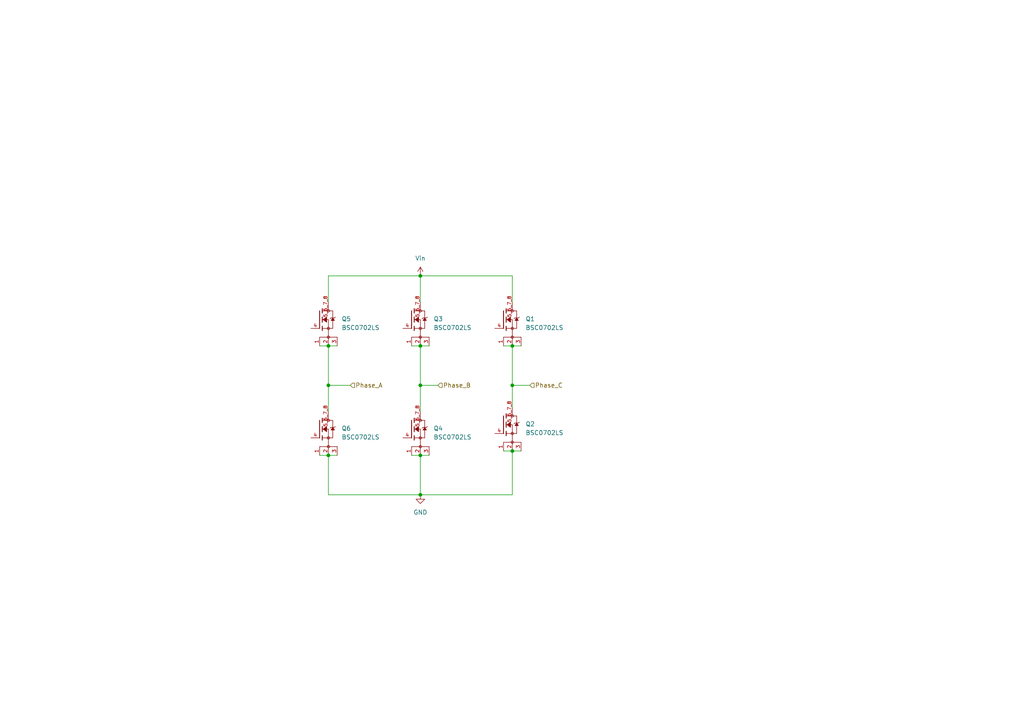
<source format=kicad_sch>
(kicad_sch (version 20250114) (generator "eeschema") (generator_version "9.0")
  (paper "A4")
  (title_block (title "${Project_Name}") (date "2026-01-07") (rev "V1"))
  (lib_symbols
    (symbol "BSC0702LS:BSC0702LS" (pin_names (offset 1.016))
      (property "Reference" "Q" (at 5.08 1.27 0))
      (property "Value" "BSC0702LS" (at 5.08 -1.27 0))
      (symbol "BSC0702LS_0_0"
        (polyline (pts (xy 0 2.54) (xy 0 -2.54)) (stroke (width 0.254)))
        (polyline (pts (xy 0 -5.08) (xy 5.08 -5.08)) (stroke (width 0.1524)))
        (polyline (pts (xy 0.762 3.175) (xy 0.762 2.54)) (stroke (width 0.254)))
        (polyline (pts (xy 0.762 2.54) (xy 0.762 1.905)) (stroke (width 0.254)))
        (polyline (pts (xy 0.762 2.54) (xy 3.81 2.54)) (stroke (width 0.1524)))
        (polyline (pts (xy 0.762 0.762) (xy 0.762 0)) (stroke (width 0.254)))
        (polyline (pts (xy 0.762 0) (xy 0.762 -0.762)) (stroke (width 0.254)))
        (polyline (pts (xy 0.762 0) (xy 2.54 0)) (stroke (width 0.1524)))
        (polyline (pts (xy 0.762 -1.905) (xy 0.762 -2.54)) (stroke (width 0.254)))
        (polyline (pts (xy 0.762 -2.54) (xy 0.762 -3.175)) (stroke (width 0.254)))
        (polyline (pts (xy 1.016 0) (xy 2.032 0.762) (xy 2.032 -0.762) (xy 1.016 0)) (stroke (width 0.1524)) (fill (type outline)))
        (circle (center 2.54 2.54) (radius 0.3592))
        (polyline (pts (xy 2.54 0) (xy 2.54 -2.54)) (stroke (width 0.1524)))
        (polyline (pts (xy 2.54 -2.54) (xy 0.762 -2.54)) (stroke (width 0.1524)))
        (polyline (pts (xy 2.54 -2.54) (xy 2.54 -5.08)) (stroke (width 0.1524)))
        (polyline (pts (xy 2.54 -2.54) (xy 3.81 -2.54)) (stroke (width 0.1524)))
        (circle (center 2.54 -2.54) (radius 0.3592))
        (circle (center 2.54 -5.08) (radius 0.3592))
        (polyline (pts (xy 3.302 0.508) (xy 3.048 0.254)) (stroke (width 0.1524)))
        (polyline (pts (xy 3.81 2.54) (xy 3.81 0.508)) (stroke (width 0.1524)))
        (polyline (pts (xy 3.81 0.508) (xy 3.302 0.508)) (stroke (width 0.1524)))
        (polyline (pts (xy 3.81 0.508) (xy 3.81 -2.54)) (stroke (width 0.1524)))
        (polyline (pts (xy 3.81 0.508) (xy 3.302 -0.254) (xy 4.318 -0.254) (xy 3.81 0.508)) (stroke (width 0.1524)) (fill (type outline)))
        (polyline (pts (xy 4.318 0.508) (xy 3.81 0.508)) (stroke (width 0.1524)))
        (polyline (pts (xy 4.572 0.762) (xy 4.318 0.508)) (stroke (width 0.1524)))
        (pin passive line (at -2.54 -2.54 0) (length 2.54) (name "~") (number "4"))
        (pin passive line (at 0 -7.62 90) (length 2.54) (name "~") (number "1"))
        (pin passive line (at 2.54 5.08 270) (length 2.54) (name "~") (number "5_6_7_8"))
        (pin passive line (at 2.54 -7.62 90) (length 2.54) (name "~") (number "2"))
        (pin passive line (at 5.08 -7.62 90) (length 2.54) (name "~") (number "3"))
      )
    )
    (symbol "power:+36V" (power) (pin_numbers (hide yes)) (pin_names (offset 0) (hide yes))
      (property "Value" "+36V" (at 0 3.556 0))
      (symbol "+36V_0_1"
        (polyline (pts (xy -0.762 1.27) (xy 0 2.54)))
        (polyline (pts (xy 0 2.54) (xy 0.762 1.27)))
        (polyline (pts (xy 0 0) (xy 0 2.54)))
      )
      (symbol "+36V_1_1"
        (pin power_in line (at 0 0 90) (length 0) (name "~") (number "1"))
      )
    )
    (symbol "power:GND" (power) (pin_numbers (hide yes)) (pin_names (offset 0) (hide yes))
      (property "Value" "GND" (at 0 -3.81 0))
      (symbol "GND_0_1"
        (polyline (pts (xy 0 0) (xy 0 -1.27) (xy 1.27 -1.27) (xy 0 -2.54) (xy -1.27 -1.27) (xy 0 -1.27)))
      )
      (symbol "GND_1_1"
        (pin power_in line (at 0 0 270) (length 0) (name "~") (number "1"))
      )
    )
  )
  (junction (at 95.25 111.76))
  (junction (at 121.92 132.08))
  (junction (at 121.92 111.76))
  (junction (at 148.59 100.33))
  (junction (at 148.59 130.81))
  (junction (at 121.92 80.01))
  (junction (at 148.59 111.76))
  (junction (at 95.25 100.33))
  (junction (at 121.92 100.33))
  (junction (at 121.92 143.51))
  (junction (at 95.25 132.08))
  (wire (pts (xy 119.38 132.08) (xy 121.92 132.08)))
  (wire (pts (xy 121.92 143.51) (xy 95.25 143.51)))
  (wire (pts (xy 148.59 100.33) (xy 148.59 111.76)))
  (wire (pts (xy 119.38 100.33) (xy 121.92 100.33)))
  (wire (pts (xy 92.71 132.08) (xy 95.25 132.08)))
  (wire (pts (xy 121.92 80.01) (xy 95.25 80.01)))
  (wire (pts (xy 95.25 111.76) (xy 95.25 119.38)))
  (wire (pts (xy 148.59 143.51) (xy 121.92 143.51)))
  (wire (pts (xy 92.71 100.33) (xy 95.25 100.33)))
  (wire (pts (xy 148.59 111.76) (xy 153.67 111.76)))
  (wire (pts (xy 146.05 130.81) (xy 148.59 130.81)))
  (wire (pts (xy 95.25 100.33) (xy 95.25 111.76)))
  (wire (pts (xy 121.92 100.33) (xy 121.92 111.76)))
  (wire (pts (xy 95.25 100.33) (xy 97.79 100.33)))
  (wire (pts (xy 121.92 80.01) (xy 121.92 87.63)))
  (wire (pts (xy 148.59 80.01) (xy 121.92 80.01)))
  (wire (pts (xy 121.92 100.33) (xy 124.46 100.33)))
  (wire (pts (xy 121.92 111.76) (xy 121.92 119.38)))
  (wire (pts (xy 146.05 100.33) (xy 148.59 100.33)))
  (wire (pts (xy 95.25 132.08) (xy 97.79 132.08)))
  (wire (pts (xy 121.92 132.08) (xy 121.92 143.51)))
  (wire (pts (xy 148.59 130.81) (xy 151.13 130.81)))
  (wire (pts (xy 148.59 87.63) (xy 148.59 80.01)))
  (wire (pts (xy 148.59 130.81) (xy 148.59 143.51)))
  (wire (pts (xy 121.92 111.76) (xy 127 111.76)))
  (wire (pts (xy 95.25 143.51) (xy 95.25 132.08)))
  (wire (pts (xy 148.59 100.33) (xy 151.13 100.33)))
  (wire (pts (xy 95.25 111.76) (xy 101.6 111.76)))
  (wire (pts (xy 121.92 132.08) (xy 124.46 132.08)))
  (wire (pts (xy 95.25 80.01) (xy 95.25 87.63)))
  (wire (pts (xy 148.59 111.76) (xy 148.59 118.11)))
  (hierarchical_label "Phase_B" (shape input) (at 127 111.76 0))
  (hierarchical_label "Phase_C" (shape input) (at 153.67 111.76 0))
  (hierarchical_label "Phase_A" (shape input) (at 101.6 111.76 0))
  (symbol (lib_id "BSC0702LS:BSC0702LS") (at 146.05 92.71 0) (unit 1)
    (property "Reference" "Q1" (at 152.4 92.5085 0) (effects (justify left)))
    (property "Value" "BSC0702LS" (at 152.4 95.0485 0) (effects (justify left)))
    (property "Footprint" "BLDC_Motor_Driver_Components_Footprint:TRANS_BSC0702LS" (effects (hide yes)))
    (property "Datasheet" "https://www.lcsc.com/datasheet/C501503.pdf" (effects (hide yes)))
    (property "Description" "N-Channel 60V 84A 83W Surface Mount TDSON-8(5x6)" (effects (hide yes)))
    (property "MF" "Infineon Technologies" (effects (hide yes)))
    (property "MAXIMUM_PACKAGE_HEIGHT" "1.2mm" (effects (hide yes)))
    (property "Package" "SON-8 Infineon Technologies" (effects (hide yes)))
    (property "Price" "None" (effects (hide yes)))
    (property "Check_prices" "https://www.snapeda.com/parts/BSC0702LS/Infineon/view-part/?ref=eda" (effects (hide yes)))
    (property "STANDARD" "Manufacturer Recommendations" (effects (hide yes)))
    (property "PARTREV" "2.5" (effects (hide yes)))
    (property "SnapEDA_Link" "https://www.snapeda.com/parts/BSC0702LS/Infineon/view-part/?ref=snap" (effects (hide yes)))
    (property "MP" "BSC0702LS" (effects (hide yes)))
    (property "Purchase-URL" "https://www.snapeda.com/api/url_track_click_mouser/?unipart_id=7175070&manufacturer=Infineon Technologies&part_name=BSC0702LS&search_term=bsc0702ls" (effects (hide yes)))
    (property "Description_1" "MOSFET N-CH 60V 100A SUPERSO8" (effects (hide yes)))
    (property "Availability" "In Stock" (effects (hide yes)))
    (property "MANUFACTURER" "Infineon" (effects (hide yes)))
    (property "LCSC_PN" "C501503" (effects (hide yes)))
    (property "Assembled" "Yes" (effects (hide yes)))
  )
  (symbol (lib_id "BSC0702LS:BSC0702LS") (at 92.71 92.71 0) (unit 1)
    (property "Reference" "Q5" (at 99.06 92.5085 0) (effects (justify left)))
    (property "Value" "BSC0702LS" (at 99.06 95.0485 0) (effects (justify left)))
    (property "Footprint" "BLDC_Motor_Driver_Components_Footprint:TRANS_BSC0702LS" (effects (hide yes)))
    (property "Datasheet" "https://www.lcsc.com/datasheet/C501503.pdf" (effects (hide yes)))
    (property "Description" "N-Channel 60V 84A 83W Surface Mount TDSON-8(5x6)" (effects (hide yes)))
    (property "MF" "Infineon Technologies" (effects (hide yes)))
    (property "MAXIMUM_PACKAGE_HEIGHT" "1.2mm" (effects (hide yes)))
    (property "Package" "SON-8 Infineon Technologies" (effects (hide yes)))
    (property "Price" "None" (effects (hide yes)))
    (property "Check_prices" "https://www.snapeda.com/parts/BSC0702LS/Infineon/view-part/?ref=eda" (effects (hide yes)))
    (property "STANDARD" "Manufacturer Recommendations" (effects (hide yes)))
    (property "PARTREV" "2.5" (effects (hide yes)))
    (property "SnapEDA_Link" "https://www.snapeda.com/parts/BSC0702LS/Infineon/view-part/?ref=snap" (effects (hide yes)))
    (property "MP" "BSC0702LS" (effects (hide yes)))
    (property "Purchase-URL" "https://www.snapeda.com/api/url_track_click_mouser/?unipart_id=7175070&manufacturer=Infineon Technologies&part_name=BSC0702LS&search_term=bsc0702ls" (effects (hide yes)))
    (property "Description_1" "MOSFET N-CH 60V 100A SUPERSO8" (effects (hide yes)))
    (property "Availability" "In Stock" (effects (hide yes)))
    (property "MANUFACTURER" "Infineon" (effects (hide yes)))
    (property "LCSC_PN" "C501503" (effects (hide yes)))
    (property "Assembled" "Yes" (effects (hide yes)))
  )
  (symbol (lib_id "BSC0702LS:BSC0702LS") (at 119.38 92.71 0) (unit 1)
    (property "Reference" "Q3" (at 125.73 92.5085 0) (effects (justify left)))
    (property "Value" "BSC0702LS" (at 125.73 95.0485 0) (effects (justify left)))
    (property "Footprint" "BLDC_Motor_Driver_Components_Footprint:TRANS_BSC0702LS" (effects (hide yes)))
    (property "Datasheet" "https://www.lcsc.com/datasheet/C501503.pdf" (effects (hide yes)))
    (property "Description" "N-Channel 60V 84A 83W Surface Mount TDSON-8(5x6)" (effects (hide yes)))
    (property "MF" "Infineon Technologies" (effects (hide yes)))
    (property "MAXIMUM_PACKAGE_HEIGHT" "1.2mm" (effects (hide yes)))
    (property "Package" "SON-8 Infineon Technologies" (effects (hide yes)))
    (property "Price" "None" (effects (hide yes)))
    (property "Check_prices" "https://www.snapeda.com/parts/BSC0702LS/Infineon/view-part/?ref=eda" (effects (hide yes)))
    (property "STANDARD" "Manufacturer Recommendations" (effects (hide yes)))
    (property "PARTREV" "2.5" (effects (hide yes)))
    (property "SnapEDA_Link" "https://www.snapeda.com/parts/BSC0702LS/Infineon/view-part/?ref=snap" (effects (hide yes)))
    (property "MP" "BSC0702LS" (effects (hide yes)))
    (property "Purchase-URL" "https://www.snapeda.com/api/url_track_click_mouser/?unipart_id=7175070&manufacturer=Infineon Technologies&part_name=BSC0702LS&search_term=bsc0702ls" (effects (hide yes)))
    (property "Description_1" "MOSFET N-CH 60V 100A SUPERSO8" (effects (hide yes)))
    (property "Availability" "In Stock" (effects (hide yes)))
    (property "MANUFACTURER" "Infineon" (effects (hide yes)))
    (property "LCSC_PN" "C501503" (effects (hide yes)))
    (property "Assembled" "Yes" (effects (hide yes)))
  )
  (symbol (lib_id "power:+36V") (at 121.92 80.01 0) (unit 1)
    (property "Reference" "#PWR033" (effects (hide yes)))
    (property "Value" "Vin" (at 121.92 74.93 0))
    (property "Description" "Power symbol creates a global label with name \"+36V\"" (effects (hide yes)))
  )
  (symbol (lib_id "power:GND") (at 121.92 143.51 0) (unit 1)
    (property "Reference" "#PWR034" (effects (hide yes)))
    (property "Value" "GND" (at 121.92 148.59 0))
    (property "Description" "Power symbol creates a global label with name \"GND\" , ground" (effects (hide yes)))
  )
  (symbol (lib_id "BSC0702LS:BSC0702LS") (at 119.38 124.46 0) (unit 1)
    (property "Reference" "Q4" (at 125.73 124.2585 0) (effects (justify left)))
    (property "Value" "BSC0702LS" (at 125.73 126.7985 0) (effects (justify left)))
    (property "Footprint" "BLDC_Motor_Driver_Components_Footprint:TRANS_BSC0702LS" (effects (hide yes)))
    (property "Datasheet" "https://www.lcsc.com/datasheet/C501503.pdf" (effects (hide yes)))
    (property "Description" "N-Channel 60V 84A 83W Surface Mount TDSON-8(5x6)" (effects (hide yes)))
    (property "MF" "Infineon Technologies" (effects (hide yes)))
    (property "MAXIMUM_PACKAGE_HEIGHT" "1.2mm" (effects (hide yes)))
    (property "Package" "SON-8 Infineon Technologies" (effects (hide yes)))
    (property "Price" "None" (effects (hide yes)))
    (property "Check_prices" "https://www.snapeda.com/parts/BSC0702LS/Infineon/view-part/?ref=eda" (effects (hide yes)))
    (property "STANDARD" "Manufacturer Recommendations" (effects (hide yes)))
    (property "PARTREV" "2.5" (effects (hide yes)))
    (property "SnapEDA_Link" "https://www.snapeda.com/parts/BSC0702LS/Infineon/view-part/?ref=snap" (effects (hide yes)))
    (property "MP" "BSC0702LS" (effects (hide yes)))
    (property "Purchase-URL" "https://www.snapeda.com/api/url_track_click_mouser/?unipart_id=7175070&manufacturer=Infineon Technologies&part_name=BSC0702LS&search_term=bsc0702ls" (effects (hide yes)))
    (property "Description_1" "MOSFET N-CH 60V 100A SUPERSO8" (effects (hide yes)))
    (property "Availability" "In Stock" (effects (hide yes)))
    (property "MANUFACTURER" "Infineon" (effects (hide yes)))
    (property "LCSC_PN" "C501503" (effects (hide yes)))
    (property "Assembled" "Yes" (effects (hide yes)))
  )
  (symbol (lib_id "BSC0702LS:BSC0702LS") (at 92.71 124.46 0) (unit 1)
    (property "Reference" "Q6" (at 99.06 124.2585 0) (effects (justify left)))
    (property "Value" "BSC0702LS" (at 99.06 126.7985 0) (effects (justify left)))
    (property "Footprint" "BLDC_Motor_Driver_Components_Footprint:TRANS_BSC0702LS" (effects (hide yes)))
    (property "Datasheet" "https://www.lcsc.com/datasheet/C501503.pdf" (effects (hide yes)))
    (property "Description" "N-Channel 60V 84A 83W Surface Mount TDSON-8(5x6)" (effects (hide yes)))
    (property "MF" "Infineon Technologies" (effects (hide yes)))
    (property "MAXIMUM_PACKAGE_HEIGHT" "1.2mm" (effects (hide yes)))
    (property "Package" "SON-8 Infineon Technologies" (effects (hide yes)))
    (property "Price" "None" (effects (hide yes)))
    (property "Check_prices" "https://www.snapeda.com/parts/BSC0702LS/Infineon/view-part/?ref=eda" (effects (hide yes)))
    (property "STANDARD" "Manufacturer Recommendations" (effects (hide yes)))
    (property "PARTREV" "2.5" (effects (hide yes)))
    (property "SnapEDA_Link" "https://www.snapeda.com/parts/BSC0702LS/Infineon/view-part/?ref=snap" (effects (hide yes)))
    (property "MP" "BSC0702LS" (effects (hide yes)))
    (property "Purchase-URL" "https://www.snapeda.com/api/url_track_click_mouser/?unipart_id=7175070&manufacturer=Infineon Technologies&part_name=BSC0702LS&search_term=bsc0702ls" (effects (hide yes)))
    (property "Description_1" "MOSFET N-CH 60V 100A SUPERSO8" (effects (hide yes)))
    (property "Availability" "In Stock" (effects (hide yes)))
    (property "MANUFACTURER" "Infineon" (effects (hide yes)))
    (property "LCSC_PN" "C501503" (effects (hide yes)))
    (property "Assembled" "Yes" (effects (hide yes)))
  )
  (symbol (lib_id "BSC0702LS:BSC0702LS") (at 146.05 123.19 0) (unit 1)
    (property "Reference" "Q2" (at 152.4 122.9885 0) (effects (justify left)))
    (property "Value" "BSC0702LS" (at 152.4 125.5285 0) (effects (justify left)))
    (property "Footprint" "BLDC_Motor_Driver_Components_Footprint:TRANS_BSC0702LS" (effects (hide yes)))
    (property "Datasheet" "https://www.lcsc.com/datasheet/C501503.pdf" (effects (hide yes)))
    (property "Description" "N-Channel 60V 84A 83W Surface Mount TDSON-8(5x6)" (effects (hide yes)))
    (property "MF" "Infineon Technologies" (effects (hide yes)))
    (property "MAXIMUM_PACKAGE_HEIGHT" "1.2mm" (effects (hide yes)))
    (property "Package" "SON-8 Infineon Technologies" (effects (hide yes)))
    (property "Price" "None" (effects (hide yes)))
    (property "Check_prices" "https://www.snapeda.com/parts/BSC0702LS/Infineon/view-part/?ref=eda" (effects (hide yes)))
    (property "STANDARD" "Manufacturer Recommendations" (effects (hide yes)))
    (property "PARTREV" "2.5" (effects (hide yes)))
    (property "SnapEDA_Link" "https://www.snapeda.com/parts/BSC0702LS/Infineon/view-part/?ref=snap" (effects (hide yes)))
    (property "MP" "BSC0702LS" (effects (hide yes)))
    (property "Purchase-URL" "https://www.snapeda.com/api/url_track_click_mouser/?unipart_id=7175070&manufacturer=Infineon Technologies&part_name=BSC0702LS&search_term=bsc0702ls" (effects (hide yes)))
    (property "Description_1" "MOSFET N-CH 60V 100A SUPERSO8" (effects (hide yes)))
    (property "Availability" "In Stock" (effects (hide yes)))
    (property "MANUFACTURER" "Infineon" (effects (hide yes)))
    (property "LCSC_PN" "C501503" (effects (hide yes)))
    (property "Assembled" "Yes" (effects (hide yes)))
  )
)
</source>
